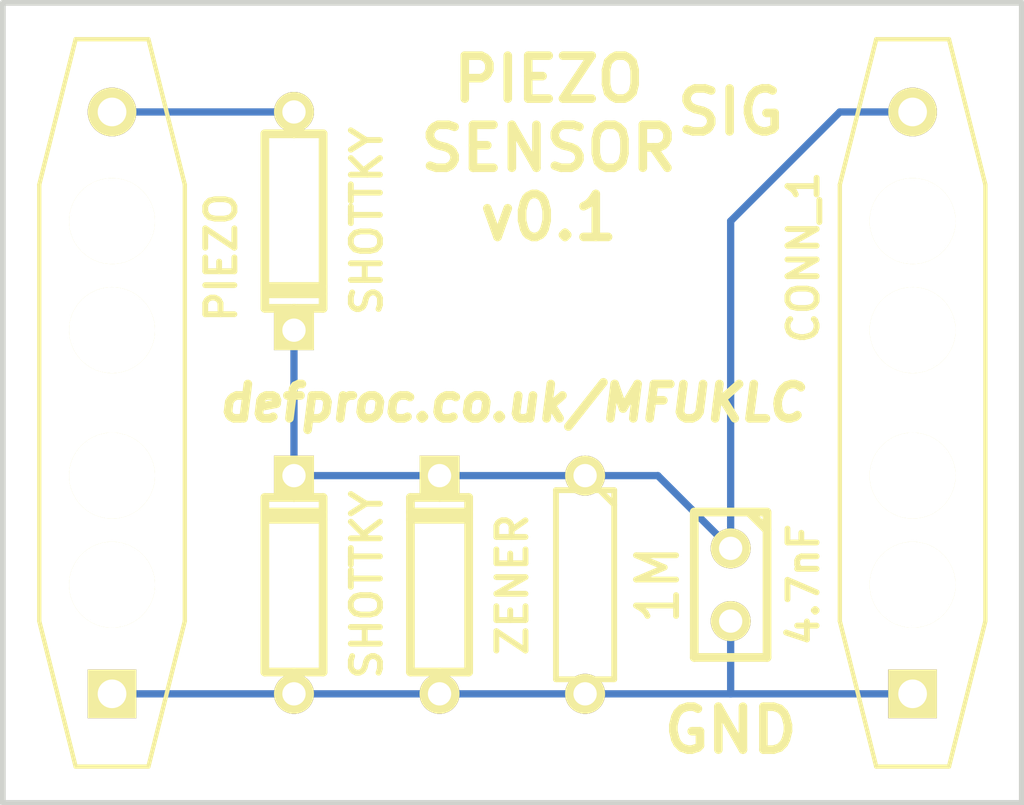
<source format=kicad_pcb>
(kicad_pcb (version 3) (host pcbnew "(2013-jul-07)-stable")

  (general
    (links 11)
    (no_connects 0)
    (area 189.6364 126.785512 226.160001 162.774488)
    (thickness 1.6)
    (drawings 8)
    (tracks 15)
    (zones 0)
    (modules 7)
    (nets 4)
  )

  (page A3)
  (layers
    (15 F.Cu signal)
    (0 B.Cu signal)
    (16 B.Adhes user hide)
    (17 F.Adhes user hide)
    (18 B.Paste user hide)
    (19 F.Paste user hide)
    (20 B.SilkS user)
    (21 F.SilkS user)
    (22 B.Mask user)
    (23 F.Mask user)
    (24 Dwgs.User user hide)
    (25 Cmts.User user hide)
    (26 Eco1.User user hide)
    (27 Eco2.User user hide)
    (28 Edge.Cuts user)
  )

  (setup
    (last_trace_width 0.254)
    (trace_clearance 0.254)
    (zone_clearance 0.508)
    (zone_45_only no)
    (trace_min 0.254)
    (segment_width 0.2)
    (edge_width 0.2)
    (via_size 0.889)
    (via_drill 0.635)
    (via_min_size 0.889)
    (via_min_drill 0.508)
    (uvia_size 0.508)
    (uvia_drill 0.127)
    (uvias_allowed no)
    (uvia_min_size 0.508)
    (uvia_min_drill 0.127)
    (pcb_text_width 0.3)
    (pcb_text_size 1.5 1.5)
    (mod_edge_width 0.15)
    (mod_text_size 1 1)
    (mod_text_width 0.15)
    (pad_size 1.7 1.7)
    (pad_drill 1)
    (pad_to_mask_clearance 0)
    (aux_axis_origin 0 0)
    (visible_elements FFFFFFBF)
    (pcbplotparams
      (layerselection 283148289)
      (usegerberextensions true)
      (excludeedgelayer true)
      (linewidth 0.150000)
      (plotframeref false)
      (viasonmask false)
      (mode 1)
      (useauxorigin false)
      (hpglpennumber 1)
      (hpglpenspeed 20)
      (hpglpendiameter 15)
      (hpglpenoverlay 2)
      (psnegative false)
      (psa4output false)
      (plotreference true)
      (plotvalue true)
      (plotothertext true)
      (plotinvisibletext false)
      (padsonsilk false)
      (subtractmaskfromsilk false)
      (outputformat 1)
      (mirror false)
      (drillshape 0)
      (scaleselection 1)
      (outputdirectory ""))
  )

  (net 0 "")
  (net 1 GND)
  (net 2 N-000001)
  (net 3 SIGNAL)

  (net_class Default "This is the default net class."
    (clearance 0.254)
    (trace_width 0.254)
    (via_dia 0.889)
    (via_drill 0.635)
    (uvia_dia 0.508)
    (uvia_drill 0.127)
    (add_net "")
    (add_net GND)
    (add_net N-000001)
    (add_net SIGNAL)
  )

  (module R3 (layer F.Cu) (tedit 54D7E0D4) (tstamp 54D7DE97)
    (at 210.82 151.13 270)
    (descr "Resitance 3 pas")
    (tags R)
    (path /54CFE013)
    (autoplace_cost180 10)
    (fp_text reference R1 (at 0 0.127 270) (layer F.SilkS) hide
      (effects (font (size 1.397 1.27) (thickness 0.2032)))
    )
    (fp_text value 1M (at 0 -2.54 270) (layer F.SilkS)
      (effects (font (size 1.397 1.27) (thickness 0.2032)))
    )
    (fp_line (start -3.81 0) (end -3.302 0) (layer F.SilkS) (width 0.2032))
    (fp_line (start 3.81 0) (end 3.302 0) (layer F.SilkS) (width 0.2032))
    (fp_line (start 3.302 0) (end 3.302 -1.016) (layer F.SilkS) (width 0.2032))
    (fp_line (start 3.302 -1.016) (end -3.302 -1.016) (layer F.SilkS) (width 0.2032))
    (fp_line (start -3.302 -1.016) (end -3.302 1.016) (layer F.SilkS) (width 0.2032))
    (fp_line (start -3.302 1.016) (end 3.302 1.016) (layer F.SilkS) (width 0.2032))
    (fp_line (start 3.302 1.016) (end 3.302 0) (layer F.SilkS) (width 0.2032))
    (fp_line (start -3.302 -0.508) (end -2.794 -1.016) (layer F.SilkS) (width 0.2032))
    (pad 1 thru_hole circle (at -3.81 0 270) (size 1.397 1.397) (drill 0.8128)
      (layers *.Cu *.Mask F.SilkS)
      (net 3 SIGNAL)
    )
    (pad 2 thru_hole circle (at 3.81 0 270) (size 1.397 1.397) (drill 0.8128)
      (layers *.Cu *.Mask F.SilkS)
      (net 1 GND)
    )
    (model discret/resistor.wrl
      (at (xyz 0 0 0))
      (scale (xyz 0.3 0.3 0.3))
      (rotate (xyz 0 0 0))
    )
  )

  (module PZ1 (layer F.Cu) (tedit 54D7E0A2) (tstamp 54D7DEA9)
    (at 194.31 144.78 270)
    (descr "Piezo w/strain relief")
    (tags PX)
    (path /54D000ED)
    (fp_text reference PIEZO (at -5.08 -3.81 270) (layer F.SilkS)
      (effects (font (size 1.016 1.016) (thickness 0.2032)))
    )
    (fp_text value PIEZO (at 5.08 3.81 270) (layer F.SilkS) hide
      (effects (font (size 1.016 1.016) (thickness 0.2032)))
    )
    (fp_line (start -12.7 -1.27) (end -7.62 -2.54) (layer F.SilkS) (width 0.15))
    (fp_line (start -7.62 -2.54) (end 7.62 -2.54) (layer F.SilkS) (width 0.15))
    (fp_line (start 7.62 -2.54) (end 12.7 -1.27) (layer F.SilkS) (width 0.15))
    (fp_line (start 12.7 -1.27) (end 12.7 1.27) (layer F.SilkS) (width 0.15))
    (fp_line (start 12.7 1.27) (end 7.62 2.54) (layer F.SilkS) (width 0.15))
    (fp_line (start 7.62 2.54) (end -7.62 2.54) (layer F.SilkS) (width 0.15))
    (fp_line (start -7.62 2.54) (end -12.7 1.27) (layer F.SilkS) (width 0.15))
    (fp_line (start -12.7 1.27) (end -12.7 -1.27) (layer F.SilkS) (width 0.15))
    (pad 1 thru_hole circle (at -10.16 0 270) (size 1.7 1.7) (drill 1)
      (layers *.Cu *.Mask F.SilkS)
      (net 2 N-000001)
    )
    (pad 2 thru_hole rect (at 10.16 0 270) (size 1.7 1.7) (drill 1)
      (layers *.Cu *.Mask F.SilkS)
      (net 1 GND)
    )
    (pad "" np_thru_hole circle (at 6.35 0 270) (size 3 3) (drill 3)
      (layers *.Cu *.Mask F.SilkS)
    )
    (pad "" np_thru_hole circle (at 2.54 0 270) (size 3 3) (drill 3)
      (layers *.Cu *.Mask F.SilkS)
    )
    (pad "" np_thru_hole circle (at -2.54 0 270) (size 3 3) (drill 3)
      (layers *.Cu *.Mask F.SilkS)
    )
    (pad "" np_thru_hole circle (at -6.35 0 270) (size 3 3) (drill 3)
      (layers *.Cu *.Mask F.SilkS)
    )
    (model discret/capa_2pas_5x5mm.wrl
      (at (xyz 0 0 0))
      (scale (xyz 1 1 1))
      (rotate (xyz 0 0 0))
    )
  )

  (module PZ1 (layer F.Cu) (tedit 54D7E117) (tstamp 54D7DEBB)
    (at 222.25 144.78 270)
    (descr "Piezo w/strain relief")
    (tags PX)
    (path /54D00142)
    (fp_text reference CONN_1 (at -5.08 3.81 270) (layer F.SilkS)
      (effects (font (size 1.016 1.016) (thickness 0.2032)))
    )
    (fp_text value CONN_2 (at 5.08 3.81 270) (layer F.SilkS) hide
      (effects (font (size 1.016 1.016) (thickness 0.2032)))
    )
    (fp_line (start -12.7 -1.27) (end -7.62 -2.54) (layer F.SilkS) (width 0.15))
    (fp_line (start -7.62 -2.54) (end 7.62 -2.54) (layer F.SilkS) (width 0.15))
    (fp_line (start 7.62 -2.54) (end 12.7 -1.27) (layer F.SilkS) (width 0.15))
    (fp_line (start 12.7 -1.27) (end 12.7 1.27) (layer F.SilkS) (width 0.15))
    (fp_line (start 12.7 1.27) (end 7.62 2.54) (layer F.SilkS) (width 0.15))
    (fp_line (start 7.62 2.54) (end -7.62 2.54) (layer F.SilkS) (width 0.15))
    (fp_line (start -7.62 2.54) (end -12.7 1.27) (layer F.SilkS) (width 0.15))
    (fp_line (start -12.7 1.27) (end -12.7 -1.27) (layer F.SilkS) (width 0.15))
    (pad 1 thru_hole circle (at -10.16 0 270) (size 1.7 1.7) (drill 1)
      (layers *.Cu *.Mask F.SilkS)
      (net 3 SIGNAL)
    )
    (pad 2 thru_hole rect (at 10.16 0 270) (size 1.7 1.7) (drill 1)
      (layers *.Cu *.Mask F.SilkS)
      (net 1 GND)
    )
    (pad "" np_thru_hole circle (at 6.35 0 270) (size 3 3) (drill 3)
      (layers *.Cu *.Mask F.SilkS)
    )
    (pad "" np_thru_hole circle (at 2.54 0 270) (size 3 3) (drill 3)
      (layers *.Cu *.Mask F.SilkS)
    )
    (pad "" np_thru_hole circle (at -2.54 0 270) (size 3 3) (drill 3)
      (layers *.Cu *.Mask F.SilkS)
    )
    (pad "" np_thru_hole circle (at -6.35 0 270) (size 3 3) (drill 3)
      (layers *.Cu *.Mask F.SilkS)
    )
    (model discret/capa_2pas_5x5mm.wrl
      (at (xyz 0 0 0))
      (scale (xyz 1 1 1))
      (rotate (xyz 0 0 0))
    )
  )

  (module D3 (layer F.Cu) (tedit 54D7E0D0) (tstamp 54D7DECB)
    (at 205.74 151.13 90)
    (descr "Diode 3 pas")
    (tags "DIODE DEV")
    (path /54CFDFC5)
    (fp_text reference ZENER (at 0 2.54 90) (layer F.SilkS)
      (effects (font (size 1.016 1.016) (thickness 0.2032)))
    )
    (fp_text value "ZENER DIODE 1N751A" (at 0 0 90) (layer F.SilkS) hide
      (effects (font (size 1.016 1.016) (thickness 0.2032)))
    )
    (fp_line (start 3.81 0) (end 3.048 0) (layer F.SilkS) (width 0.3048))
    (fp_line (start 3.048 0) (end 3.048 -1.016) (layer F.SilkS) (width 0.3048))
    (fp_line (start 3.048 -1.016) (end -3.048 -1.016) (layer F.SilkS) (width 0.3048))
    (fp_line (start -3.048 -1.016) (end -3.048 0) (layer F.SilkS) (width 0.3048))
    (fp_line (start -3.048 0) (end -3.81 0) (layer F.SilkS) (width 0.3048))
    (fp_line (start -3.048 0) (end -3.048 1.016) (layer F.SilkS) (width 0.3048))
    (fp_line (start -3.048 1.016) (end 3.048 1.016) (layer F.SilkS) (width 0.3048))
    (fp_line (start 3.048 1.016) (end 3.048 0) (layer F.SilkS) (width 0.3048))
    (fp_line (start 2.54 -1.016) (end 2.54 1.016) (layer F.SilkS) (width 0.3048))
    (fp_line (start 2.286 1.016) (end 2.286 -1.016) (layer F.SilkS) (width 0.3048))
    (pad 2 thru_hole rect (at 3.81 0 90) (size 1.397 1.397) (drill 0.8128)
      (layers *.Cu *.Mask F.SilkS)
      (net 3 SIGNAL)
    )
    (pad 1 thru_hole circle (at -3.81 0 90) (size 1.397 1.397) (drill 0.8128)
      (layers *.Cu *.Mask F.SilkS)
      (net 1 GND)
    )
    (model discret/diode.wrl
      (at (xyz 0 0 0))
      (scale (xyz 0.3 0.3 0.3))
      (rotate (xyz 0 0 0))
    )
  )

  (module D3 (layer F.Cu) (tedit 54D7E0BC) (tstamp 54D7DEDB)
    (at 200.66 151.13 90)
    (descr "Diode 3 pas")
    (tags "DIODE DEV")
    (path /54CFDFE1)
    (fp_text reference SHOTTKY (at 0 2.54 90) (layer F.SilkS)
      (effects (font (size 1.016 1.016) (thickness 0.2032)))
    )
    (fp_text value "SHOTTKY DIODE SR1100" (at 0 0 90) (layer F.SilkS) hide
      (effects (font (size 1.016 1.016) (thickness 0.2032)))
    )
    (fp_line (start 3.81 0) (end 3.048 0) (layer F.SilkS) (width 0.3048))
    (fp_line (start 3.048 0) (end 3.048 -1.016) (layer F.SilkS) (width 0.3048))
    (fp_line (start 3.048 -1.016) (end -3.048 -1.016) (layer F.SilkS) (width 0.3048))
    (fp_line (start -3.048 -1.016) (end -3.048 0) (layer F.SilkS) (width 0.3048))
    (fp_line (start -3.048 0) (end -3.81 0) (layer F.SilkS) (width 0.3048))
    (fp_line (start -3.048 0) (end -3.048 1.016) (layer F.SilkS) (width 0.3048))
    (fp_line (start -3.048 1.016) (end 3.048 1.016) (layer F.SilkS) (width 0.3048))
    (fp_line (start 3.048 1.016) (end 3.048 0) (layer F.SilkS) (width 0.3048))
    (fp_line (start 2.54 -1.016) (end 2.54 1.016) (layer F.SilkS) (width 0.3048))
    (fp_line (start 2.286 1.016) (end 2.286 -1.016) (layer F.SilkS) (width 0.3048))
    (pad 2 thru_hole rect (at 3.81 0 90) (size 1.397 1.397) (drill 0.8128)
      (layers *.Cu *.Mask F.SilkS)
      (net 3 SIGNAL)
    )
    (pad 1 thru_hole circle (at -3.81 0 90) (size 1.397 1.397) (drill 0.8128)
      (layers *.Cu *.Mask F.SilkS)
      (net 1 GND)
    )
    (model discret/diode.wrl
      (at (xyz 0 0 0))
      (scale (xyz 0.3 0.3 0.3))
      (rotate (xyz 0 0 0))
    )
  )

  (module D3 (layer F.Cu) (tedit 54D7E0AF) (tstamp 54D7DEEB)
    (at 200.66 138.43 270)
    (descr "Diode 3 pas")
    (tags "DIODE DEV")
    (path /54CFE004)
    (fp_text reference SHOTTKY (at 0 -2.54 270) (layer F.SilkS)
      (effects (font (size 1.016 1.016) (thickness 0.2032)))
    )
    (fp_text value "SHOTTKY DIODE SR1100" (at 0 0 270) (layer F.SilkS) hide
      (effects (font (size 1.016 1.016) (thickness 0.2032)))
    )
    (fp_line (start 3.81 0) (end 3.048 0) (layer F.SilkS) (width 0.3048))
    (fp_line (start 3.048 0) (end 3.048 -1.016) (layer F.SilkS) (width 0.3048))
    (fp_line (start 3.048 -1.016) (end -3.048 -1.016) (layer F.SilkS) (width 0.3048))
    (fp_line (start -3.048 -1.016) (end -3.048 0) (layer F.SilkS) (width 0.3048))
    (fp_line (start -3.048 0) (end -3.81 0) (layer F.SilkS) (width 0.3048))
    (fp_line (start -3.048 0) (end -3.048 1.016) (layer F.SilkS) (width 0.3048))
    (fp_line (start -3.048 1.016) (end 3.048 1.016) (layer F.SilkS) (width 0.3048))
    (fp_line (start 3.048 1.016) (end 3.048 0) (layer F.SilkS) (width 0.3048))
    (fp_line (start 2.54 -1.016) (end 2.54 1.016) (layer F.SilkS) (width 0.3048))
    (fp_line (start 2.286 1.016) (end 2.286 -1.016) (layer F.SilkS) (width 0.3048))
    (pad 2 thru_hole rect (at 3.81 0 270) (size 1.397 1.397) (drill 0.8128)
      (layers *.Cu *.Mask F.SilkS)
      (net 3 SIGNAL)
    )
    (pad 1 thru_hole circle (at -3.81 0 270) (size 1.397 1.397) (drill 0.8128)
      (layers *.Cu *.Mask F.SilkS)
      (net 2 N-000001)
    )
    (model discret/diode.wrl
      (at (xyz 0 0 0))
      (scale (xyz 0.3 0.3 0.3))
      (rotate (xyz 0 0 0))
    )
  )

  (module C1 (layer F.Cu) (tedit 54D7E0E9) (tstamp 54D7DEF6)
    (at 215.9 151.13 270)
    (descr "Condensateur e = 1 pas")
    (tags C)
    (path /54CFE022)
    (fp_text reference 4.7nF (at 0 -2.54 270) (layer F.SilkS)
      (effects (font (size 1.016 1.016) (thickness 0.2032)))
    )
    (fp_text value 4.7nF (at 0 -2.286 270) (layer F.SilkS) hide
      (effects (font (size 1.016 1.016) (thickness 0.2032)))
    )
    (fp_line (start -2.4892 -1.27) (end 2.54 -1.27) (layer F.SilkS) (width 0.3048))
    (fp_line (start 2.54 -1.27) (end 2.54 1.27) (layer F.SilkS) (width 0.3048))
    (fp_line (start 2.54 1.27) (end -2.54 1.27) (layer F.SilkS) (width 0.3048))
    (fp_line (start -2.54 1.27) (end -2.54 -1.27) (layer F.SilkS) (width 0.3048))
    (fp_line (start -2.54 -0.635) (end -1.905 -1.27) (layer F.SilkS) (width 0.3048))
    (pad 1 thru_hole circle (at -1.27 0 270) (size 1.397 1.397) (drill 0.8128)
      (layers *.Cu *.Mask F.SilkS)
      (net 3 SIGNAL)
    )
    (pad 2 thru_hole circle (at 1.27 0 270) (size 1.397 1.397) (drill 0.8128)
      (layers *.Cu *.Mask F.SilkS)
      (net 1 GND)
    )
    (model discret/capa_1_pas.wrl
      (at (xyz 0 0 0))
      (scale (xyz 1 1 1))
      (rotate (xyz 0 0 0))
    )
  )

  (gr_line (start 190.5 158.75) (end 190.5 130.81) (angle 90) (layer Edge.Cuts) (width 0.2))
  (gr_line (start 226.06 158.75) (end 190.5 158.75) (angle 90) (layer Edge.Cuts) (width 0.2))
  (gr_line (start 226.06 130.81) (end 226.06 158.75) (angle 90) (layer Edge.Cuts) (width 0.2))
  (gr_line (start 190.5 130.81) (end 226.06 130.81) (angle 90) (layer Edge.Cuts) (width 0.2))
  (gr_text defproc.co.uk/MFUKLC (at 208.28 144.78) (layer F.SilkS)
    (effects (font (size 1.2 1.2) (thickness 0.3) italic))
  )
  (gr_text "PIEZO\nSENSOR\nv0.1" (at 209.55 135.89) (layer F.SilkS)
    (effects (font (size 1.5 1.5) (thickness 0.3)))
  )
  (gr_text SIG (at 215.9 134.62) (layer F.SilkS)
    (effects (font (size 1.5 1.5) (thickness 0.3)))
  )
  (gr_text GND (at 215.9 156.21) (layer F.SilkS)
    (effects (font (size 1.5 1.5) (thickness 0.3)))
  )

  (segment (start 215.9 152.4) (end 215.9 154.94) (width 0.254) (layer B.Cu) (net 1))
  (segment (start 210.82 154.94) (end 215.9 154.94) (width 0.254) (layer B.Cu) (net 1))
  (segment (start 215.9 154.94) (end 222.25 154.94) (width 0.254) (layer B.Cu) (net 1) (tstamp 54D7E06D))
  (segment (start 205.74 154.94) (end 210.82 154.94) (width 0.254) (layer B.Cu) (net 1))
  (segment (start 200.66 154.94) (end 205.74 154.94) (width 0.254) (layer B.Cu) (net 1))
  (segment (start 194.31 154.94) (end 200.66 154.94) (width 0.254) (layer B.Cu) (net 1))
  (segment (start 194.31 134.62) (end 200.66 134.62) (width 0.254) (layer B.Cu) (net 2))
  (segment (start 215.9 149.86) (end 215.9 138.43) (width 0.254) (layer B.Cu) (net 3))
  (segment (start 219.71 134.62) (end 222.25 134.62) (width 0.254) (layer B.Cu) (net 3) (tstamp 54D7E07C))
  (segment (start 215.9 138.43) (end 219.71 134.62) (width 0.254) (layer B.Cu) (net 3) (tstamp 54D7E07B))
  (segment (start 210.82 147.32) (end 213.36 147.32) (width 0.254) (layer B.Cu) (net 3))
  (segment (start 213.36 147.32) (end 215.9 149.86) (width 0.254) (layer B.Cu) (net 3) (tstamp 54D7E076))
  (segment (start 205.74 147.32) (end 210.82 147.32) (width 0.254) (layer B.Cu) (net 3))
  (segment (start 200.66 147.32) (end 205.74 147.32) (width 0.254) (layer B.Cu) (net 3))
  (segment (start 200.66 142.24) (end 200.66 147.32) (width 0.254) (layer B.Cu) (net 3))

)

</source>
